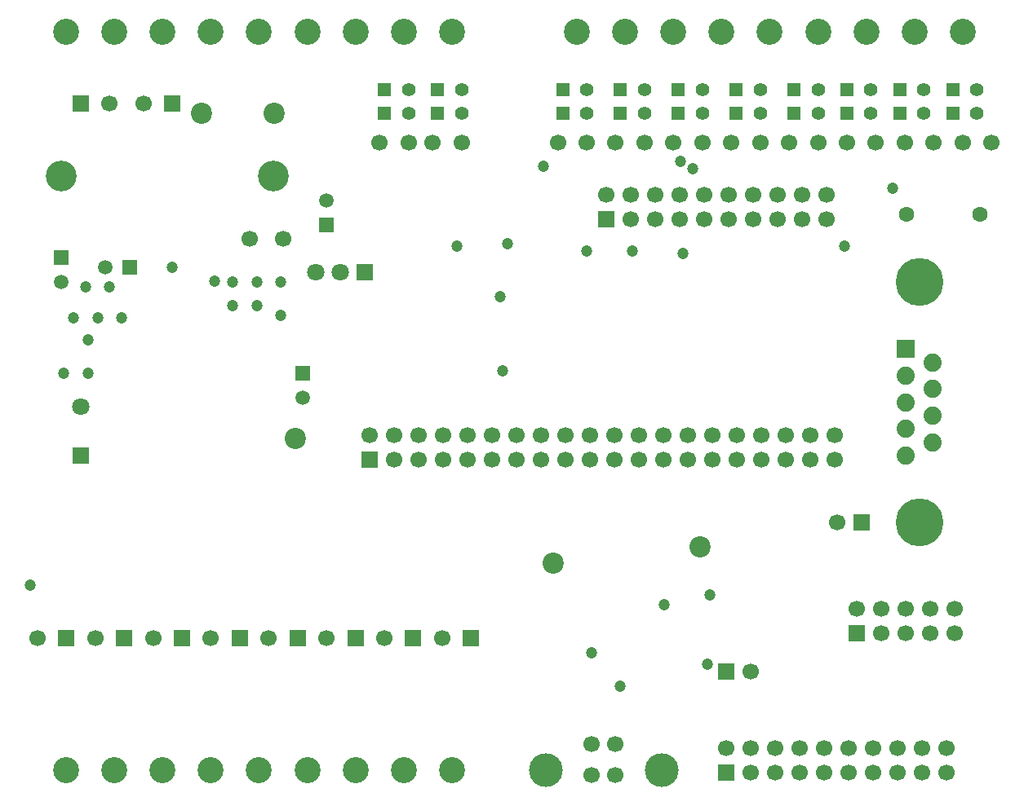
<source format=gbs>
%FSLAX42Y42*%
%MOMM*%
G71*
G01*
G75*
%ADD10R,1.10X1.00*%
%ADD11R,1.50X1.30*%
%ADD12R,1.30X1.50*%
%ADD13R,0.76X0.76*%
%ADD14R,0.85X1.00*%
%ADD15R,3.50X4.00*%
%ADD16R,1.00X2.00*%
%ADD17O,1.00X1.80*%
%ADD18R,1.00X1.80*%
%ADD19R,0.60X1.50*%
%ADD20R,7.00X2.80*%
%ADD21R,2.50X2.70*%
%ADD22R,3.40X3.00*%
%ADD23C,0.80*%
%ADD24C,0.50*%
%ADD25C,0.30*%
%ADD26C,1.00*%
%ADD27C,0.60*%
%ADD28C,2.00*%
%ADD29C,0.25*%
%ADD30C,1.20*%
%ADD31C,0.40*%
%ADD32C,0.20*%
%ADD33R,11.00X2.50*%
%ADD34R,11.00X2.50*%
%ADD35R,2.00X0.75*%
%ADD36R,1.75X11.00*%
%ADD37R,3.25X7.50*%
%ADD38R,10.50X8.75*%
%ADD39R,1.99X5.39*%
%ADD40R,7.25X16.25*%
%ADD41R,5.00X10.00*%
%ADD42R,3.00X2.50*%
%ADD43R,5.75X2.75*%
%ADD44C,1.50*%
%ADD45C,1.20*%
%ADD46R,1.50X1.50*%
%ADD47R,1.20X1.20*%
%ADD48C,2.50*%
%ADD49R,1.30X1.30*%
%ADD50C,1.30*%
%ADD51C,2.00*%
%ADD52C,4.76*%
%ADD53R,1.69X1.69*%
%ADD54C,1.69*%
%ADD55C,1.40*%
%ADD56C,3.00*%
%ADD57C,1.60*%
%ADD58R,1.60X1.60*%
%ADD59C,3.30*%
%ADD60C,1.60*%
%ADD61R,1.60X1.60*%
%ADD62C,1.00*%
%ADD63R,15.00X5.00*%
%ADD64R,4.75X10.50*%
%ADD65R,7.50X10.75*%
%ADD66R,10.29X7.25*%
%ADD67R,13.50X10.25*%
%ADD68R,7.75X22.50*%
%ADD69C,0.25*%
%ADD70C,0.15*%
%ADD71R,1.82X0.60*%
%ADD72R,0.20X1.70*%
%ADD73R,1.70X0.30*%
%ADD74R,0.80X0.50*%
%ADD75R,1.61X0.20*%
%ADD76C,0.06*%
%ADD77R,3.00X12.00*%
%ADD78R,7.00X1.50*%
%ADD79R,2.00X2.00*%
%ADD80R,2.00X2.00*%
%ADD81R,1.70X0.40*%
%ADD82R,1.30X1.20*%
%ADD83R,1.70X1.50*%
%ADD84R,1.50X1.70*%
%ADD85R,0.96X0.96*%
%ADD86R,1.05X1.20*%
%ADD87R,3.70X4.20*%
%ADD88R,1.20X2.20*%
%ADD89O,1.20X2.00*%
%ADD90R,1.20X2.00*%
%ADD91R,0.80X1.70*%
%ADD92R,7.20X3.00*%
%ADD93R,2.70X2.90*%
%ADD94R,3.60X3.20*%
%ADD95C,1.70*%
%ADD96C,1.40*%
%ADD97R,1.70X1.70*%
%ADD98R,1.40X1.40*%
%ADD99C,2.70*%
%ADD100R,1.50X1.50*%
%ADD101C,1.50*%
%ADD102C,2.20*%
%ADD103C,4.96*%
%ADD104R,1.89X1.89*%
%ADD105C,1.89*%
%ADD106C,1.60*%
%ADD107C,3.20*%
%ADD108C,1.80*%
%ADD109R,1.80X1.80*%
%ADD110C,3.50*%
%ADD111C,1.80*%
%ADD112R,1.80X1.80*%
%ADD113C,1.20*%
D95*
X950Y-1250D02*
D03*
X200Y-6800D02*
D03*
X800D02*
D03*
X1400D02*
D03*
X2000D02*
D03*
X2600D02*
D03*
X3200D02*
D03*
X3800D02*
D03*
X4400D02*
D03*
X7604Y-7150D02*
D03*
X8386Y-2196D02*
D03*
Y-2450D02*
D03*
X8132Y-2196D02*
D03*
Y-2450D02*
D03*
X7878Y-2196D02*
D03*
Y-2450D02*
D03*
X7624Y-2196D02*
D03*
Y-2450D02*
D03*
X7370Y-2196D02*
D03*
Y-2450D02*
D03*
X7116Y-2196D02*
D03*
Y-2450D02*
D03*
X6862Y-2196D02*
D03*
Y-2450D02*
D03*
X6608Y-2196D02*
D03*
Y-2450D02*
D03*
X6354Y-2196D02*
D03*
Y-2450D02*
D03*
X6100Y-2196D02*
D03*
X7350Y-7946D02*
D03*
X7604Y-8200D02*
D03*
Y-7946D02*
D03*
X7858Y-8200D02*
D03*
Y-7946D02*
D03*
X8112Y-8200D02*
D03*
Y-7946D02*
D03*
X8366Y-8200D02*
D03*
Y-7946D02*
D03*
X8620Y-8200D02*
D03*
Y-7946D02*
D03*
X8874Y-8200D02*
D03*
Y-7946D02*
D03*
X9128Y-8200D02*
D03*
Y-7946D02*
D03*
X9382Y-8200D02*
D03*
Y-7946D02*
D03*
X9636Y-8200D02*
D03*
Y-7946D02*
D03*
X3650Y-4696D02*
D03*
X3904Y-4950D02*
D03*
Y-4696D02*
D03*
X4158Y-4950D02*
D03*
Y-4696D02*
D03*
X4412Y-4950D02*
D03*
Y-4696D02*
D03*
X4666Y-4950D02*
D03*
Y-4696D02*
D03*
X4920Y-4950D02*
D03*
Y-4696D02*
D03*
X5174Y-4950D02*
D03*
Y-4696D02*
D03*
X5428Y-4950D02*
D03*
Y-4696D02*
D03*
X5682Y-4950D02*
D03*
Y-4696D02*
D03*
X5936Y-4950D02*
D03*
Y-4696D02*
D03*
X6190Y-4950D02*
D03*
Y-4696D02*
D03*
X6444Y-4950D02*
D03*
Y-4696D02*
D03*
X6698Y-4950D02*
D03*
Y-4696D02*
D03*
X6952Y-4950D02*
D03*
Y-4696D02*
D03*
X7206Y-4950D02*
D03*
Y-4696D02*
D03*
X7460Y-4950D02*
D03*
Y-4696D02*
D03*
X7714Y-4950D02*
D03*
Y-4696D02*
D03*
X7968Y-4950D02*
D03*
Y-4696D02*
D03*
X8222Y-4950D02*
D03*
Y-4696D02*
D03*
X8476Y-4950D02*
D03*
Y-4696D02*
D03*
X8496Y-5600D02*
D03*
X9716Y-6496D02*
D03*
Y-6750D02*
D03*
X9462Y-6496D02*
D03*
Y-6750D02*
D03*
X9208Y-6496D02*
D03*
Y-6750D02*
D03*
X8954Y-6496D02*
D03*
Y-6750D02*
D03*
X8700Y-6496D02*
D03*
X2400Y-2650D02*
D03*
X1300Y-1250D02*
D03*
X2750Y-2650D02*
D03*
X6200Y-8220D02*
D03*
X5950D02*
D03*
Y-7900D02*
D03*
X6200D02*
D03*
X10100Y-1650D02*
D03*
X9800D02*
D03*
X9500D02*
D03*
X9200D02*
D03*
X8900D02*
D03*
X8600D02*
D03*
X8300D02*
D03*
X8000D02*
D03*
X7700D02*
D03*
X7400D02*
D03*
X7100D02*
D03*
X6800D02*
D03*
X6500D02*
D03*
X6200D02*
D03*
X5900D02*
D03*
X5600D02*
D03*
X4600D02*
D03*
X4300D02*
D03*
X4050D02*
D03*
X3750D02*
D03*
D96*
X9950Y-1350D02*
D03*
X9400D02*
D03*
X8850D02*
D03*
X8300D02*
D03*
X7700D02*
D03*
X7100D02*
D03*
X5900D02*
D03*
X4600D02*
D03*
X4050D02*
D03*
Y-1100D02*
D03*
X5900D02*
D03*
X6500D02*
D03*
X7100D02*
D03*
X7700D02*
D03*
X8300D02*
D03*
X8850D02*
D03*
X9400D02*
D03*
X9950D02*
D03*
X6500Y-1350D02*
D03*
X4600Y-1100D02*
D03*
D97*
X500Y-6800D02*
D03*
X1100D02*
D03*
X1700D02*
D03*
X2300D02*
D03*
X2900D02*
D03*
X3500D02*
D03*
X4100D02*
D03*
X4700D02*
D03*
X650Y-1250D02*
D03*
X7350Y-7150D02*
D03*
X6100Y-2450D02*
D03*
X7350Y-8200D02*
D03*
X3650Y-4950D02*
D03*
X8750Y-5600D02*
D03*
X8700Y-6750D02*
D03*
X1600Y-1250D02*
D03*
D98*
X3800Y-1350D02*
D03*
X4350D02*
D03*
X5650D02*
D03*
X6850D02*
D03*
X7450D02*
D03*
X8050D02*
D03*
X8600D02*
D03*
X9150D02*
D03*
X9700D02*
D03*
X3800Y-1100D02*
D03*
X5650D02*
D03*
X6250D02*
D03*
X6850D02*
D03*
X7450D02*
D03*
X8050D02*
D03*
X8600D02*
D03*
X9150D02*
D03*
X9700D02*
D03*
X6250Y-1350D02*
D03*
X4350Y-1100D02*
D03*
D99*
X4500Y-8175D02*
D03*
X4000D02*
D03*
X3500D02*
D03*
X3000D02*
D03*
X2500D02*
D03*
X2000D02*
D03*
X1500D02*
D03*
X1000D02*
D03*
X500D02*
D03*
X1000Y-500D02*
D03*
X1500D02*
D03*
X500D02*
D03*
X3000D02*
D03*
X2500D02*
D03*
X2000D02*
D03*
X4500D02*
D03*
X4000D02*
D03*
X3500D02*
D03*
X6800D02*
D03*
X6300D02*
D03*
X5800D02*
D03*
X8300D02*
D03*
X7800D02*
D03*
X7300D02*
D03*
X9800D02*
D03*
X9300D02*
D03*
X8800D02*
D03*
D100*
X450Y-2846D02*
D03*
X2950Y-4046D02*
D03*
X3200Y-2504D02*
D03*
X1154Y-2950D02*
D03*
D101*
X450Y-3100D02*
D03*
X2950Y-4300D02*
D03*
X3200Y-2250D02*
D03*
X900Y-2950D02*
D03*
D102*
X1900Y-1350D02*
D03*
X2660D02*
D03*
X2875Y-4725D02*
D03*
X7075Y-5850D02*
D03*
X5550Y-6025D02*
D03*
D103*
X9350Y-5599D02*
D03*
Y-3100D02*
D03*
D104*
X9208Y-3796D02*
D03*
D105*
X9492Y-3935D02*
D03*
X9208Y-4073D02*
D03*
X9492Y-4212D02*
D03*
X9208Y-4350D02*
D03*
X9492Y-4488D02*
D03*
X9208Y-4627D02*
D03*
X9492Y-4765D02*
D03*
X9208Y-4904D02*
D03*
D106*
X9981Y-2400D02*
D03*
X9219D02*
D03*
D107*
X2650Y-2000D02*
D03*
X450D02*
D03*
D108*
X3092Y-3000D02*
D03*
X3346D02*
D03*
D109*
X3600D02*
D03*
D110*
X5472Y-8170D02*
D03*
X6678D02*
D03*
D111*
X650Y-4392D02*
D03*
D112*
Y-4900D02*
D03*
D113*
X4550Y-2725D02*
D03*
X5075Y-2700D02*
D03*
X5900Y-2775D02*
D03*
X6375D02*
D03*
X6900Y-2800D02*
D03*
X8575Y-2725D02*
D03*
X5450Y-1900D02*
D03*
X6875Y-1850D02*
D03*
X5000Y-3250D02*
D03*
X7000Y-1925D02*
D03*
X9075Y-2125D02*
D03*
X125Y-6250D02*
D03*
X1600Y-2950D02*
D03*
X2040Y-3090D02*
D03*
X5025Y-4025D02*
D03*
X6250Y-7300D02*
D03*
X5950Y-6950D02*
D03*
X7150Y-7075D02*
D03*
X6700Y-6450D02*
D03*
X7175Y-6350D02*
D03*
X1075Y-3475D02*
D03*
X825D02*
D03*
X575D02*
D03*
X950Y-3150D02*
D03*
X700D02*
D03*
X725Y-3700D02*
D03*
Y-4050D02*
D03*
X475D02*
D03*
X2725Y-3450D02*
D03*
Y-3100D02*
D03*
X2475D02*
D03*
X2225D02*
D03*
Y-3350D02*
D03*
X2475D02*
D03*
M02*

</source>
